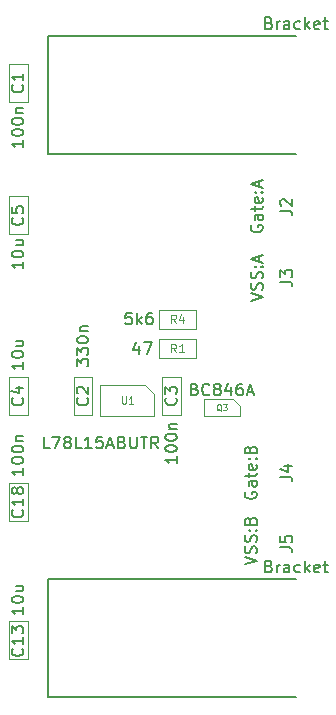
<source format=gbr>
G04 #@! TF.FileFunction,Other,Fab,Top*
%FSLAX46Y46*%
G04 Gerber Fmt 4.6, Leading zero omitted, Abs format (unit mm)*
G04 Created by KiCad (PCBNEW 4.0.7) date 05/17/18 12:20:08*
%MOMM*%
%LPD*%
G01*
G04 APERTURE LIST*
%ADD10C,0.100000*%
%ADD11C,0.150000*%
%ADD12C,0.105000*%
%ADD13C,0.075000*%
%ADD14C,0.090000*%
G04 APERTURE END LIST*
D10*
X21600000Y-26700000D02*
X21600000Y-28300000D01*
X18400000Y-26700000D02*
X21600000Y-26700000D01*
X18400000Y-28300000D02*
X18400000Y-26700000D01*
X21600000Y-28300000D02*
X18400000Y-28300000D01*
X21600000Y-24200000D02*
X21600000Y-25800000D01*
X18400000Y-24200000D02*
X21600000Y-24200000D01*
X18400000Y-25800000D02*
X18400000Y-24200000D01*
X21600000Y-25800000D02*
X18400000Y-25800000D01*
X24700000Y-31800000D02*
X22250000Y-31800000D01*
X25270000Y-32350000D02*
X25270000Y-33200000D01*
X24700000Y-31800000D02*
X25270000Y-32350000D01*
X25270000Y-33200000D02*
X22230000Y-33200000D01*
X22230000Y-31800000D02*
X22230000Y-33200000D01*
X5700000Y-3400000D02*
X7300000Y-3400000D01*
X5700000Y-6600000D02*
X5700000Y-3400000D01*
X7300000Y-6600000D02*
X5700000Y-6600000D01*
X7300000Y-3400000D02*
X7300000Y-6600000D01*
X11200000Y-29900000D02*
X12800000Y-29900000D01*
X11200000Y-33100000D02*
X11200000Y-29900000D01*
X12800000Y-33100000D02*
X11200000Y-33100000D01*
X12800000Y-29900000D02*
X12800000Y-33100000D01*
X18700000Y-29900000D02*
X20300000Y-29900000D01*
X18700000Y-33100000D02*
X18700000Y-29900000D01*
X20300000Y-33100000D02*
X18700000Y-33100000D01*
X20300000Y-29900000D02*
X20300000Y-33100000D01*
X5700000Y-29900000D02*
X7300000Y-29900000D01*
X5700000Y-33100000D02*
X5700000Y-29900000D01*
X7300000Y-33100000D02*
X5700000Y-33100000D01*
X7300000Y-29900000D02*
X7300000Y-33100000D01*
X7300000Y-17800000D02*
X5700000Y-17800000D01*
X7300000Y-14600000D02*
X7300000Y-17800000D01*
X5700000Y-14600000D02*
X7300000Y-14600000D01*
X5700000Y-17800000D02*
X5700000Y-14600000D01*
X7300000Y-53800000D02*
X5700000Y-53800000D01*
X7300000Y-50600000D02*
X7300000Y-53800000D01*
X5700000Y-50600000D02*
X7300000Y-50600000D01*
X5700000Y-53800000D02*
X5700000Y-50600000D01*
X5700000Y-38900000D02*
X7300000Y-38900000D01*
X5700000Y-42100000D02*
X5700000Y-38900000D01*
X7300000Y-42100000D02*
X5700000Y-42100000D01*
X7300000Y-38900000D02*
X7300000Y-42100000D01*
X17260000Y-30580000D02*
X18050000Y-31370000D01*
X18050000Y-33180000D02*
X13450000Y-33180000D01*
X13450000Y-33180000D02*
X13450000Y-30580000D01*
X13450000Y-30580000D02*
X17260000Y-30580000D01*
X18050000Y-31370000D02*
X18050000Y-33180000D01*
D11*
X30000000Y-1000000D02*
X9000000Y-1000000D01*
X9000000Y-1000000D02*
X9000000Y-11000000D01*
X9000000Y-11000000D02*
X30000000Y-11000000D01*
X30000000Y-47000000D02*
X9000000Y-47000000D01*
X9000000Y-47000000D02*
X9000000Y-57000000D01*
X9000000Y-57000000D02*
X30000000Y-57000000D01*
X16714286Y-27285714D02*
X16714286Y-27952381D01*
X16476190Y-26904762D02*
X16238095Y-27619048D01*
X16857143Y-27619048D01*
X17142857Y-26952381D02*
X17809524Y-26952381D01*
X17380952Y-27952381D01*
D12*
X19883334Y-27816667D02*
X19650000Y-27483333D01*
X19483334Y-27816667D02*
X19483334Y-27116667D01*
X19750000Y-27116667D01*
X19816667Y-27150000D01*
X19850000Y-27183333D01*
X19883334Y-27250000D01*
X19883334Y-27350000D01*
X19850000Y-27416667D01*
X19816667Y-27450000D01*
X19750000Y-27483333D01*
X19483334Y-27483333D01*
X20550000Y-27816667D02*
X20150000Y-27816667D01*
X20350000Y-27816667D02*
X20350000Y-27116667D01*
X20283334Y-27216667D01*
X20216667Y-27283333D01*
X20150000Y-27316667D01*
D11*
X16107143Y-24452381D02*
X15630952Y-24452381D01*
X15583333Y-24928571D01*
X15630952Y-24880952D01*
X15726190Y-24833333D01*
X15964286Y-24833333D01*
X16059524Y-24880952D01*
X16107143Y-24928571D01*
X16154762Y-25023810D01*
X16154762Y-25261905D01*
X16107143Y-25357143D01*
X16059524Y-25404762D01*
X15964286Y-25452381D01*
X15726190Y-25452381D01*
X15630952Y-25404762D01*
X15583333Y-25357143D01*
X16583333Y-25452381D02*
X16583333Y-24452381D01*
X16678571Y-25071429D02*
X16964286Y-25452381D01*
X16964286Y-24785714D02*
X16583333Y-25166667D01*
X17821429Y-24452381D02*
X17630952Y-24452381D01*
X17535714Y-24500000D01*
X17488095Y-24547619D01*
X17392857Y-24690476D01*
X17345238Y-24880952D01*
X17345238Y-25261905D01*
X17392857Y-25357143D01*
X17440476Y-25404762D01*
X17535714Y-25452381D01*
X17726191Y-25452381D01*
X17821429Y-25404762D01*
X17869048Y-25357143D01*
X17916667Y-25261905D01*
X17916667Y-25023810D01*
X17869048Y-24928571D01*
X17821429Y-24880952D01*
X17726191Y-24833333D01*
X17535714Y-24833333D01*
X17440476Y-24880952D01*
X17392857Y-24928571D01*
X17345238Y-25023810D01*
D12*
X19883334Y-25316667D02*
X19650000Y-24983333D01*
X19483334Y-25316667D02*
X19483334Y-24616667D01*
X19750000Y-24616667D01*
X19816667Y-24650000D01*
X19850000Y-24683333D01*
X19883334Y-24750000D01*
X19883334Y-24850000D01*
X19850000Y-24916667D01*
X19816667Y-24950000D01*
X19750000Y-24983333D01*
X19483334Y-24983333D01*
X20483334Y-24850000D02*
X20483334Y-25316667D01*
X20316667Y-24583333D02*
X20150000Y-25083333D01*
X20583334Y-25083333D01*
D11*
X21464286Y-30928571D02*
X21607143Y-30976190D01*
X21654762Y-31023810D01*
X21702381Y-31119048D01*
X21702381Y-31261905D01*
X21654762Y-31357143D01*
X21607143Y-31404762D01*
X21511905Y-31452381D01*
X21130952Y-31452381D01*
X21130952Y-30452381D01*
X21464286Y-30452381D01*
X21559524Y-30500000D01*
X21607143Y-30547619D01*
X21654762Y-30642857D01*
X21654762Y-30738095D01*
X21607143Y-30833333D01*
X21559524Y-30880952D01*
X21464286Y-30928571D01*
X21130952Y-30928571D01*
X22702381Y-31357143D02*
X22654762Y-31404762D01*
X22511905Y-31452381D01*
X22416667Y-31452381D01*
X22273809Y-31404762D01*
X22178571Y-31309524D01*
X22130952Y-31214286D01*
X22083333Y-31023810D01*
X22083333Y-30880952D01*
X22130952Y-30690476D01*
X22178571Y-30595238D01*
X22273809Y-30500000D01*
X22416667Y-30452381D01*
X22511905Y-30452381D01*
X22654762Y-30500000D01*
X22702381Y-30547619D01*
X23273809Y-30880952D02*
X23178571Y-30833333D01*
X23130952Y-30785714D01*
X23083333Y-30690476D01*
X23083333Y-30642857D01*
X23130952Y-30547619D01*
X23178571Y-30500000D01*
X23273809Y-30452381D01*
X23464286Y-30452381D01*
X23559524Y-30500000D01*
X23607143Y-30547619D01*
X23654762Y-30642857D01*
X23654762Y-30690476D01*
X23607143Y-30785714D01*
X23559524Y-30833333D01*
X23464286Y-30880952D01*
X23273809Y-30880952D01*
X23178571Y-30928571D01*
X23130952Y-30976190D01*
X23083333Y-31071429D01*
X23083333Y-31261905D01*
X23130952Y-31357143D01*
X23178571Y-31404762D01*
X23273809Y-31452381D01*
X23464286Y-31452381D01*
X23559524Y-31404762D01*
X23607143Y-31357143D01*
X23654762Y-31261905D01*
X23654762Y-31071429D01*
X23607143Y-30976190D01*
X23559524Y-30928571D01*
X23464286Y-30880952D01*
X24511905Y-30785714D02*
X24511905Y-31452381D01*
X24273809Y-30404762D02*
X24035714Y-31119048D01*
X24654762Y-31119048D01*
X25464286Y-30452381D02*
X25273809Y-30452381D01*
X25178571Y-30500000D01*
X25130952Y-30547619D01*
X25035714Y-30690476D01*
X24988095Y-30880952D01*
X24988095Y-31261905D01*
X25035714Y-31357143D01*
X25083333Y-31404762D01*
X25178571Y-31452381D01*
X25369048Y-31452381D01*
X25464286Y-31404762D01*
X25511905Y-31357143D01*
X25559524Y-31261905D01*
X25559524Y-31023810D01*
X25511905Y-30928571D01*
X25464286Y-30880952D01*
X25369048Y-30833333D01*
X25178571Y-30833333D01*
X25083333Y-30880952D01*
X25035714Y-30928571D01*
X24988095Y-31023810D01*
X25940476Y-31166667D02*
X26416667Y-31166667D01*
X25845238Y-31452381D02*
X26178571Y-30452381D01*
X26511905Y-31452381D01*
D13*
X23702381Y-32773810D02*
X23654762Y-32750000D01*
X23607143Y-32702381D01*
X23535714Y-32630952D01*
X23488095Y-32607143D01*
X23440476Y-32607143D01*
X23464286Y-32726190D02*
X23416667Y-32702381D01*
X23369048Y-32654762D01*
X23345238Y-32559524D01*
X23345238Y-32392857D01*
X23369048Y-32297619D01*
X23416667Y-32250000D01*
X23464286Y-32226190D01*
X23559524Y-32226190D01*
X23607143Y-32250000D01*
X23654762Y-32297619D01*
X23678571Y-32392857D01*
X23678571Y-32559524D01*
X23654762Y-32654762D01*
X23607143Y-32702381D01*
X23559524Y-32726190D01*
X23464286Y-32726190D01*
X23845239Y-32226190D02*
X24154762Y-32226190D01*
X23988096Y-32416667D01*
X24059524Y-32416667D01*
X24107143Y-32440476D01*
X24130953Y-32464286D01*
X24154762Y-32511905D01*
X24154762Y-32630952D01*
X24130953Y-32678571D01*
X24107143Y-32702381D01*
X24059524Y-32726190D01*
X23916667Y-32726190D01*
X23869048Y-32702381D01*
X23845239Y-32678571D01*
D11*
X6952381Y-9869047D02*
X6952381Y-10440476D01*
X6952381Y-10154762D02*
X5952381Y-10154762D01*
X6095238Y-10250000D01*
X6190476Y-10345238D01*
X6238095Y-10440476D01*
X5952381Y-9250000D02*
X5952381Y-9154761D01*
X6000000Y-9059523D01*
X6047619Y-9011904D01*
X6142857Y-8964285D01*
X6333333Y-8916666D01*
X6571429Y-8916666D01*
X6761905Y-8964285D01*
X6857143Y-9011904D01*
X6904762Y-9059523D01*
X6952381Y-9154761D01*
X6952381Y-9250000D01*
X6904762Y-9345238D01*
X6857143Y-9392857D01*
X6761905Y-9440476D01*
X6571429Y-9488095D01*
X6333333Y-9488095D01*
X6142857Y-9440476D01*
X6047619Y-9392857D01*
X6000000Y-9345238D01*
X5952381Y-9250000D01*
X5952381Y-8297619D02*
X5952381Y-8202380D01*
X6000000Y-8107142D01*
X6047619Y-8059523D01*
X6142857Y-8011904D01*
X6333333Y-7964285D01*
X6571429Y-7964285D01*
X6761905Y-8011904D01*
X6857143Y-8059523D01*
X6904762Y-8107142D01*
X6952381Y-8202380D01*
X6952381Y-8297619D01*
X6904762Y-8392857D01*
X6857143Y-8440476D01*
X6761905Y-8488095D01*
X6571429Y-8535714D01*
X6333333Y-8535714D01*
X6142857Y-8488095D01*
X6047619Y-8440476D01*
X6000000Y-8392857D01*
X5952381Y-8297619D01*
X6285714Y-7535714D02*
X6952381Y-7535714D01*
X6380952Y-7535714D02*
X6333333Y-7488095D01*
X6285714Y-7392857D01*
X6285714Y-7249999D01*
X6333333Y-7154761D01*
X6428571Y-7107142D01*
X6952381Y-7107142D01*
X6857143Y-5166666D02*
X6904762Y-5214285D01*
X6952381Y-5357142D01*
X6952381Y-5452380D01*
X6904762Y-5595238D01*
X6809524Y-5690476D01*
X6714286Y-5738095D01*
X6523810Y-5785714D01*
X6380952Y-5785714D01*
X6190476Y-5738095D01*
X6095238Y-5690476D01*
X6000000Y-5595238D01*
X5952381Y-5452380D01*
X5952381Y-5357142D01*
X6000000Y-5214285D01*
X6047619Y-5166666D01*
X6952381Y-4214285D02*
X6952381Y-4785714D01*
X6952381Y-4500000D02*
X5952381Y-4500000D01*
X6095238Y-4595238D01*
X6190476Y-4690476D01*
X6238095Y-4785714D01*
X11452381Y-28988095D02*
X11452381Y-28369047D01*
X11833333Y-28702381D01*
X11833333Y-28559523D01*
X11880952Y-28464285D01*
X11928571Y-28416666D01*
X12023810Y-28369047D01*
X12261905Y-28369047D01*
X12357143Y-28416666D01*
X12404762Y-28464285D01*
X12452381Y-28559523D01*
X12452381Y-28845238D01*
X12404762Y-28940476D01*
X12357143Y-28988095D01*
X11452381Y-28035714D02*
X11452381Y-27416666D01*
X11833333Y-27750000D01*
X11833333Y-27607142D01*
X11880952Y-27511904D01*
X11928571Y-27464285D01*
X12023810Y-27416666D01*
X12261905Y-27416666D01*
X12357143Y-27464285D01*
X12404762Y-27511904D01*
X12452381Y-27607142D01*
X12452381Y-27892857D01*
X12404762Y-27988095D01*
X12357143Y-28035714D01*
X11452381Y-26797619D02*
X11452381Y-26702380D01*
X11500000Y-26607142D01*
X11547619Y-26559523D01*
X11642857Y-26511904D01*
X11833333Y-26464285D01*
X12071429Y-26464285D01*
X12261905Y-26511904D01*
X12357143Y-26559523D01*
X12404762Y-26607142D01*
X12452381Y-26702380D01*
X12452381Y-26797619D01*
X12404762Y-26892857D01*
X12357143Y-26940476D01*
X12261905Y-26988095D01*
X12071429Y-27035714D01*
X11833333Y-27035714D01*
X11642857Y-26988095D01*
X11547619Y-26940476D01*
X11500000Y-26892857D01*
X11452381Y-26797619D01*
X11785714Y-26035714D02*
X12452381Y-26035714D01*
X11880952Y-26035714D02*
X11833333Y-25988095D01*
X11785714Y-25892857D01*
X11785714Y-25749999D01*
X11833333Y-25654761D01*
X11928571Y-25607142D01*
X12452381Y-25607142D01*
X12357143Y-31666666D02*
X12404762Y-31714285D01*
X12452381Y-31857142D01*
X12452381Y-31952380D01*
X12404762Y-32095238D01*
X12309524Y-32190476D01*
X12214286Y-32238095D01*
X12023810Y-32285714D01*
X11880952Y-32285714D01*
X11690476Y-32238095D01*
X11595238Y-32190476D01*
X11500000Y-32095238D01*
X11452381Y-31952380D01*
X11452381Y-31857142D01*
X11500000Y-31714285D01*
X11547619Y-31666666D01*
X11547619Y-31285714D02*
X11500000Y-31238095D01*
X11452381Y-31142857D01*
X11452381Y-30904761D01*
X11500000Y-30809523D01*
X11547619Y-30761904D01*
X11642857Y-30714285D01*
X11738095Y-30714285D01*
X11880952Y-30761904D01*
X12452381Y-31333333D01*
X12452381Y-30714285D01*
X19952381Y-36619047D02*
X19952381Y-37190476D01*
X19952381Y-36904762D02*
X18952381Y-36904762D01*
X19095238Y-37000000D01*
X19190476Y-37095238D01*
X19238095Y-37190476D01*
X18952381Y-36000000D02*
X18952381Y-35904761D01*
X19000000Y-35809523D01*
X19047619Y-35761904D01*
X19142857Y-35714285D01*
X19333333Y-35666666D01*
X19571429Y-35666666D01*
X19761905Y-35714285D01*
X19857143Y-35761904D01*
X19904762Y-35809523D01*
X19952381Y-35904761D01*
X19952381Y-36000000D01*
X19904762Y-36095238D01*
X19857143Y-36142857D01*
X19761905Y-36190476D01*
X19571429Y-36238095D01*
X19333333Y-36238095D01*
X19142857Y-36190476D01*
X19047619Y-36142857D01*
X19000000Y-36095238D01*
X18952381Y-36000000D01*
X18952381Y-35047619D02*
X18952381Y-34952380D01*
X19000000Y-34857142D01*
X19047619Y-34809523D01*
X19142857Y-34761904D01*
X19333333Y-34714285D01*
X19571429Y-34714285D01*
X19761905Y-34761904D01*
X19857143Y-34809523D01*
X19904762Y-34857142D01*
X19952381Y-34952380D01*
X19952381Y-35047619D01*
X19904762Y-35142857D01*
X19857143Y-35190476D01*
X19761905Y-35238095D01*
X19571429Y-35285714D01*
X19333333Y-35285714D01*
X19142857Y-35238095D01*
X19047619Y-35190476D01*
X19000000Y-35142857D01*
X18952381Y-35047619D01*
X19285714Y-34285714D02*
X19952381Y-34285714D01*
X19380952Y-34285714D02*
X19333333Y-34238095D01*
X19285714Y-34142857D01*
X19285714Y-33999999D01*
X19333333Y-33904761D01*
X19428571Y-33857142D01*
X19952381Y-33857142D01*
X19857143Y-31666666D02*
X19904762Y-31714285D01*
X19952381Y-31857142D01*
X19952381Y-31952380D01*
X19904762Y-32095238D01*
X19809524Y-32190476D01*
X19714286Y-32238095D01*
X19523810Y-32285714D01*
X19380952Y-32285714D01*
X19190476Y-32238095D01*
X19095238Y-32190476D01*
X19000000Y-32095238D01*
X18952381Y-31952380D01*
X18952381Y-31857142D01*
X19000000Y-31714285D01*
X19047619Y-31666666D01*
X18952381Y-31333333D02*
X18952381Y-30714285D01*
X19333333Y-31047619D01*
X19333333Y-30904761D01*
X19380952Y-30809523D01*
X19428571Y-30761904D01*
X19523810Y-30714285D01*
X19761905Y-30714285D01*
X19857143Y-30761904D01*
X19904762Y-30809523D01*
X19952381Y-30904761D01*
X19952381Y-31190476D01*
X19904762Y-31285714D01*
X19857143Y-31333333D01*
X6952381Y-28642857D02*
X6952381Y-29214286D01*
X6952381Y-28928572D02*
X5952381Y-28928572D01*
X6095238Y-29023810D01*
X6190476Y-29119048D01*
X6238095Y-29214286D01*
X5952381Y-28023810D02*
X5952381Y-27928571D01*
X6000000Y-27833333D01*
X6047619Y-27785714D01*
X6142857Y-27738095D01*
X6333333Y-27690476D01*
X6571429Y-27690476D01*
X6761905Y-27738095D01*
X6857143Y-27785714D01*
X6904762Y-27833333D01*
X6952381Y-27928571D01*
X6952381Y-28023810D01*
X6904762Y-28119048D01*
X6857143Y-28166667D01*
X6761905Y-28214286D01*
X6571429Y-28261905D01*
X6333333Y-28261905D01*
X6142857Y-28214286D01*
X6047619Y-28166667D01*
X6000000Y-28119048D01*
X5952381Y-28023810D01*
X6285714Y-26833333D02*
X6952381Y-26833333D01*
X6285714Y-27261905D02*
X6809524Y-27261905D01*
X6904762Y-27214286D01*
X6952381Y-27119048D01*
X6952381Y-26976190D01*
X6904762Y-26880952D01*
X6857143Y-26833333D01*
X6857143Y-31666666D02*
X6904762Y-31714285D01*
X6952381Y-31857142D01*
X6952381Y-31952380D01*
X6904762Y-32095238D01*
X6809524Y-32190476D01*
X6714286Y-32238095D01*
X6523810Y-32285714D01*
X6380952Y-32285714D01*
X6190476Y-32238095D01*
X6095238Y-32190476D01*
X6000000Y-32095238D01*
X5952381Y-31952380D01*
X5952381Y-31857142D01*
X6000000Y-31714285D01*
X6047619Y-31666666D01*
X6285714Y-30809523D02*
X6952381Y-30809523D01*
X5904762Y-31047619D02*
X6619048Y-31285714D01*
X6619048Y-30666666D01*
X6952381Y-20142857D02*
X6952381Y-20714286D01*
X6952381Y-20428572D02*
X5952381Y-20428572D01*
X6095238Y-20523810D01*
X6190476Y-20619048D01*
X6238095Y-20714286D01*
X5952381Y-19523810D02*
X5952381Y-19428571D01*
X6000000Y-19333333D01*
X6047619Y-19285714D01*
X6142857Y-19238095D01*
X6333333Y-19190476D01*
X6571429Y-19190476D01*
X6761905Y-19238095D01*
X6857143Y-19285714D01*
X6904762Y-19333333D01*
X6952381Y-19428571D01*
X6952381Y-19523810D01*
X6904762Y-19619048D01*
X6857143Y-19666667D01*
X6761905Y-19714286D01*
X6571429Y-19761905D01*
X6333333Y-19761905D01*
X6142857Y-19714286D01*
X6047619Y-19666667D01*
X6000000Y-19619048D01*
X5952381Y-19523810D01*
X6285714Y-18333333D02*
X6952381Y-18333333D01*
X6285714Y-18761905D02*
X6809524Y-18761905D01*
X6904762Y-18714286D01*
X6952381Y-18619048D01*
X6952381Y-18476190D01*
X6904762Y-18380952D01*
X6857143Y-18333333D01*
X6857143Y-16416666D02*
X6904762Y-16464285D01*
X6952381Y-16607142D01*
X6952381Y-16702380D01*
X6904762Y-16845238D01*
X6809524Y-16940476D01*
X6714286Y-16988095D01*
X6523810Y-17035714D01*
X6380952Y-17035714D01*
X6190476Y-16988095D01*
X6095238Y-16940476D01*
X6000000Y-16845238D01*
X5952381Y-16702380D01*
X5952381Y-16607142D01*
X6000000Y-16464285D01*
X6047619Y-16416666D01*
X5952381Y-15511904D02*
X5952381Y-15988095D01*
X6428571Y-16035714D01*
X6380952Y-15988095D01*
X6333333Y-15892857D01*
X6333333Y-15654761D01*
X6380952Y-15559523D01*
X6428571Y-15511904D01*
X6523810Y-15464285D01*
X6761905Y-15464285D01*
X6857143Y-15511904D01*
X6904762Y-15559523D01*
X6952381Y-15654761D01*
X6952381Y-15892857D01*
X6904762Y-15988095D01*
X6857143Y-16035714D01*
X6952381Y-49392857D02*
X6952381Y-49964286D01*
X6952381Y-49678572D02*
X5952381Y-49678572D01*
X6095238Y-49773810D01*
X6190476Y-49869048D01*
X6238095Y-49964286D01*
X5952381Y-48773810D02*
X5952381Y-48678571D01*
X6000000Y-48583333D01*
X6047619Y-48535714D01*
X6142857Y-48488095D01*
X6333333Y-48440476D01*
X6571429Y-48440476D01*
X6761905Y-48488095D01*
X6857143Y-48535714D01*
X6904762Y-48583333D01*
X6952381Y-48678571D01*
X6952381Y-48773810D01*
X6904762Y-48869048D01*
X6857143Y-48916667D01*
X6761905Y-48964286D01*
X6571429Y-49011905D01*
X6333333Y-49011905D01*
X6142857Y-48964286D01*
X6047619Y-48916667D01*
X6000000Y-48869048D01*
X5952381Y-48773810D01*
X6285714Y-47583333D02*
X6952381Y-47583333D01*
X6285714Y-48011905D02*
X6809524Y-48011905D01*
X6904762Y-47964286D01*
X6952381Y-47869048D01*
X6952381Y-47726190D01*
X6904762Y-47630952D01*
X6857143Y-47583333D01*
X6857143Y-52892857D02*
X6904762Y-52940476D01*
X6952381Y-53083333D01*
X6952381Y-53178571D01*
X6904762Y-53321429D01*
X6809524Y-53416667D01*
X6714286Y-53464286D01*
X6523810Y-53511905D01*
X6380952Y-53511905D01*
X6190476Y-53464286D01*
X6095238Y-53416667D01*
X6000000Y-53321429D01*
X5952381Y-53178571D01*
X5952381Y-53083333D01*
X6000000Y-52940476D01*
X6047619Y-52892857D01*
X6952381Y-51940476D02*
X6952381Y-52511905D01*
X6952381Y-52226191D02*
X5952381Y-52226191D01*
X6095238Y-52321429D01*
X6190476Y-52416667D01*
X6238095Y-52511905D01*
X5952381Y-51607143D02*
X5952381Y-50988095D01*
X6333333Y-51321429D01*
X6333333Y-51178571D01*
X6380952Y-51083333D01*
X6428571Y-51035714D01*
X6523810Y-50988095D01*
X6761905Y-50988095D01*
X6857143Y-51035714D01*
X6904762Y-51083333D01*
X6952381Y-51178571D01*
X6952381Y-51464286D01*
X6904762Y-51559524D01*
X6857143Y-51607143D01*
X6952381Y-37619047D02*
X6952381Y-38190476D01*
X6952381Y-37904762D02*
X5952381Y-37904762D01*
X6095238Y-38000000D01*
X6190476Y-38095238D01*
X6238095Y-38190476D01*
X5952381Y-37000000D02*
X5952381Y-36904761D01*
X6000000Y-36809523D01*
X6047619Y-36761904D01*
X6142857Y-36714285D01*
X6333333Y-36666666D01*
X6571429Y-36666666D01*
X6761905Y-36714285D01*
X6857143Y-36761904D01*
X6904762Y-36809523D01*
X6952381Y-36904761D01*
X6952381Y-37000000D01*
X6904762Y-37095238D01*
X6857143Y-37142857D01*
X6761905Y-37190476D01*
X6571429Y-37238095D01*
X6333333Y-37238095D01*
X6142857Y-37190476D01*
X6047619Y-37142857D01*
X6000000Y-37095238D01*
X5952381Y-37000000D01*
X5952381Y-36047619D02*
X5952381Y-35952380D01*
X6000000Y-35857142D01*
X6047619Y-35809523D01*
X6142857Y-35761904D01*
X6333333Y-35714285D01*
X6571429Y-35714285D01*
X6761905Y-35761904D01*
X6857143Y-35809523D01*
X6904762Y-35857142D01*
X6952381Y-35952380D01*
X6952381Y-36047619D01*
X6904762Y-36142857D01*
X6857143Y-36190476D01*
X6761905Y-36238095D01*
X6571429Y-36285714D01*
X6333333Y-36285714D01*
X6142857Y-36238095D01*
X6047619Y-36190476D01*
X6000000Y-36142857D01*
X5952381Y-36047619D01*
X6285714Y-35285714D02*
X6952381Y-35285714D01*
X6380952Y-35285714D02*
X6333333Y-35238095D01*
X6285714Y-35142857D01*
X6285714Y-34999999D01*
X6333333Y-34904761D01*
X6428571Y-34857142D01*
X6952381Y-34857142D01*
X6857143Y-41142857D02*
X6904762Y-41190476D01*
X6952381Y-41333333D01*
X6952381Y-41428571D01*
X6904762Y-41571429D01*
X6809524Y-41666667D01*
X6714286Y-41714286D01*
X6523810Y-41761905D01*
X6380952Y-41761905D01*
X6190476Y-41714286D01*
X6095238Y-41666667D01*
X6000000Y-41571429D01*
X5952381Y-41428571D01*
X5952381Y-41333333D01*
X6000000Y-41190476D01*
X6047619Y-41142857D01*
X6952381Y-40190476D02*
X6952381Y-40761905D01*
X6952381Y-40476191D02*
X5952381Y-40476191D01*
X6095238Y-40571429D01*
X6190476Y-40666667D01*
X6238095Y-40761905D01*
X6380952Y-39619048D02*
X6333333Y-39714286D01*
X6285714Y-39761905D01*
X6190476Y-39809524D01*
X6142857Y-39809524D01*
X6047619Y-39761905D01*
X6000000Y-39714286D01*
X5952381Y-39619048D01*
X5952381Y-39428571D01*
X6000000Y-39333333D01*
X6047619Y-39285714D01*
X6142857Y-39238095D01*
X6190476Y-39238095D01*
X6285714Y-39285714D01*
X6333333Y-39333333D01*
X6380952Y-39428571D01*
X6380952Y-39619048D01*
X6428571Y-39714286D01*
X6476190Y-39761905D01*
X6571429Y-39809524D01*
X6761905Y-39809524D01*
X6857143Y-39761905D01*
X6904762Y-39714286D01*
X6952381Y-39619048D01*
X6952381Y-39428571D01*
X6904762Y-39333333D01*
X6857143Y-39285714D01*
X6761905Y-39238095D01*
X6571429Y-39238095D01*
X6476190Y-39285714D01*
X6428571Y-39333333D01*
X6380952Y-39428571D01*
X28702381Y-15833333D02*
X29416667Y-15833333D01*
X29559524Y-15880953D01*
X29654762Y-15976191D01*
X29702381Y-16119048D01*
X29702381Y-16214286D01*
X28797619Y-15404762D02*
X28750000Y-15357143D01*
X28702381Y-15261905D01*
X28702381Y-15023809D01*
X28750000Y-14928571D01*
X28797619Y-14880952D01*
X28892857Y-14833333D01*
X28988095Y-14833333D01*
X29130952Y-14880952D01*
X29702381Y-15452381D01*
X29702381Y-14833333D01*
X26250000Y-17071428D02*
X26202381Y-17166666D01*
X26202381Y-17309523D01*
X26250000Y-17452381D01*
X26345238Y-17547619D01*
X26440476Y-17595238D01*
X26630952Y-17642857D01*
X26773810Y-17642857D01*
X26964286Y-17595238D01*
X27059524Y-17547619D01*
X27154762Y-17452381D01*
X27202381Y-17309523D01*
X27202381Y-17214285D01*
X27154762Y-17071428D01*
X27107143Y-17023809D01*
X26773810Y-17023809D01*
X26773810Y-17214285D01*
X27202381Y-16166666D02*
X26678571Y-16166666D01*
X26583333Y-16214285D01*
X26535714Y-16309523D01*
X26535714Y-16500000D01*
X26583333Y-16595238D01*
X27154762Y-16166666D02*
X27202381Y-16261904D01*
X27202381Y-16500000D01*
X27154762Y-16595238D01*
X27059524Y-16642857D01*
X26964286Y-16642857D01*
X26869048Y-16595238D01*
X26821429Y-16500000D01*
X26821429Y-16261904D01*
X26773810Y-16166666D01*
X26535714Y-15833333D02*
X26535714Y-15452381D01*
X26202381Y-15690476D02*
X27059524Y-15690476D01*
X27154762Y-15642857D01*
X27202381Y-15547619D01*
X27202381Y-15452381D01*
X27154762Y-14738094D02*
X27202381Y-14833332D01*
X27202381Y-15023809D01*
X27154762Y-15119047D01*
X27059524Y-15166666D01*
X26678571Y-15166666D01*
X26583333Y-15119047D01*
X26535714Y-15023809D01*
X26535714Y-14833332D01*
X26583333Y-14738094D01*
X26678571Y-14690475D01*
X26773810Y-14690475D01*
X26869048Y-15166666D01*
X27107143Y-14261904D02*
X27154762Y-14214285D01*
X27202381Y-14261904D01*
X27154762Y-14309523D01*
X27107143Y-14261904D01*
X27202381Y-14261904D01*
X26583333Y-14261904D02*
X26630952Y-14214285D01*
X26678571Y-14261904D01*
X26630952Y-14309523D01*
X26583333Y-14261904D01*
X26678571Y-14261904D01*
X26916667Y-13833333D02*
X26916667Y-13357142D01*
X27202381Y-13928571D02*
X26202381Y-13595238D01*
X27202381Y-13261904D01*
X28702381Y-21833333D02*
X29416667Y-21833333D01*
X29559524Y-21880953D01*
X29654762Y-21976191D01*
X29702381Y-22119048D01*
X29702381Y-22214286D01*
X28702381Y-21452381D02*
X28702381Y-20833333D01*
X29083333Y-21166667D01*
X29083333Y-21023809D01*
X29130952Y-20928571D01*
X29178571Y-20880952D01*
X29273810Y-20833333D01*
X29511905Y-20833333D01*
X29607143Y-20880952D01*
X29654762Y-20928571D01*
X29702381Y-21023809D01*
X29702381Y-21309524D01*
X29654762Y-21404762D01*
X29607143Y-21452381D01*
X26202381Y-23452381D02*
X27202381Y-23119048D01*
X26202381Y-22785714D01*
X27154762Y-22500000D02*
X27202381Y-22357143D01*
X27202381Y-22119047D01*
X27154762Y-22023809D01*
X27107143Y-21976190D01*
X27011905Y-21928571D01*
X26916667Y-21928571D01*
X26821429Y-21976190D01*
X26773810Y-22023809D01*
X26726190Y-22119047D01*
X26678571Y-22309524D01*
X26630952Y-22404762D01*
X26583333Y-22452381D01*
X26488095Y-22500000D01*
X26392857Y-22500000D01*
X26297619Y-22452381D01*
X26250000Y-22404762D01*
X26202381Y-22309524D01*
X26202381Y-22071428D01*
X26250000Y-21928571D01*
X27154762Y-21547619D02*
X27202381Y-21404762D01*
X27202381Y-21166666D01*
X27154762Y-21071428D01*
X27107143Y-21023809D01*
X27011905Y-20976190D01*
X26916667Y-20976190D01*
X26821429Y-21023809D01*
X26773810Y-21071428D01*
X26726190Y-21166666D01*
X26678571Y-21357143D01*
X26630952Y-21452381D01*
X26583333Y-21500000D01*
X26488095Y-21547619D01*
X26392857Y-21547619D01*
X26297619Y-21500000D01*
X26250000Y-21452381D01*
X26202381Y-21357143D01*
X26202381Y-21119047D01*
X26250000Y-20976190D01*
X27107143Y-20547619D02*
X27154762Y-20500000D01*
X27202381Y-20547619D01*
X27154762Y-20595238D01*
X27107143Y-20547619D01*
X27202381Y-20547619D01*
X26583333Y-20547619D02*
X26630952Y-20500000D01*
X26678571Y-20547619D01*
X26630952Y-20595238D01*
X26583333Y-20547619D01*
X26678571Y-20547619D01*
X26916667Y-20119048D02*
X26916667Y-19642857D01*
X27202381Y-20214286D02*
X26202381Y-19880953D01*
X27202381Y-19547619D01*
X28702381Y-38333333D02*
X29416667Y-38333333D01*
X29559524Y-38380953D01*
X29654762Y-38476191D01*
X29702381Y-38619048D01*
X29702381Y-38714286D01*
X29035714Y-37428571D02*
X29702381Y-37428571D01*
X28654762Y-37666667D02*
X29369048Y-37904762D01*
X29369048Y-37285714D01*
X25750000Y-39642857D02*
X25702381Y-39738095D01*
X25702381Y-39880952D01*
X25750000Y-40023810D01*
X25845238Y-40119048D01*
X25940476Y-40166667D01*
X26130952Y-40214286D01*
X26273810Y-40214286D01*
X26464286Y-40166667D01*
X26559524Y-40119048D01*
X26654762Y-40023810D01*
X26702381Y-39880952D01*
X26702381Y-39785714D01*
X26654762Y-39642857D01*
X26607143Y-39595238D01*
X26273810Y-39595238D01*
X26273810Y-39785714D01*
X26702381Y-38738095D02*
X26178571Y-38738095D01*
X26083333Y-38785714D01*
X26035714Y-38880952D01*
X26035714Y-39071429D01*
X26083333Y-39166667D01*
X26654762Y-38738095D02*
X26702381Y-38833333D01*
X26702381Y-39071429D01*
X26654762Y-39166667D01*
X26559524Y-39214286D01*
X26464286Y-39214286D01*
X26369048Y-39166667D01*
X26321429Y-39071429D01*
X26321429Y-38833333D01*
X26273810Y-38738095D01*
X26035714Y-38404762D02*
X26035714Y-38023810D01*
X25702381Y-38261905D02*
X26559524Y-38261905D01*
X26654762Y-38214286D01*
X26702381Y-38119048D01*
X26702381Y-38023810D01*
X26654762Y-37309523D02*
X26702381Y-37404761D01*
X26702381Y-37595238D01*
X26654762Y-37690476D01*
X26559524Y-37738095D01*
X26178571Y-37738095D01*
X26083333Y-37690476D01*
X26035714Y-37595238D01*
X26035714Y-37404761D01*
X26083333Y-37309523D01*
X26178571Y-37261904D01*
X26273810Y-37261904D01*
X26369048Y-37738095D01*
X26607143Y-36833333D02*
X26654762Y-36785714D01*
X26702381Y-36833333D01*
X26654762Y-36880952D01*
X26607143Y-36833333D01*
X26702381Y-36833333D01*
X26083333Y-36833333D02*
X26130952Y-36785714D01*
X26178571Y-36833333D01*
X26130952Y-36880952D01*
X26083333Y-36833333D01*
X26178571Y-36833333D01*
X26178571Y-36023809D02*
X26226190Y-35880952D01*
X26273810Y-35833333D01*
X26369048Y-35785714D01*
X26511905Y-35785714D01*
X26607143Y-35833333D01*
X26654762Y-35880952D01*
X26702381Y-35976190D01*
X26702381Y-36357143D01*
X25702381Y-36357143D01*
X25702381Y-36023809D01*
X25750000Y-35928571D01*
X25797619Y-35880952D01*
X25892857Y-35833333D01*
X25988095Y-35833333D01*
X26083333Y-35880952D01*
X26130952Y-35928571D01*
X26178571Y-36023809D01*
X26178571Y-36357143D01*
X28702381Y-44333333D02*
X29416667Y-44333333D01*
X29559524Y-44380953D01*
X29654762Y-44476191D01*
X29702381Y-44619048D01*
X29702381Y-44714286D01*
X28702381Y-43380952D02*
X28702381Y-43857143D01*
X29178571Y-43904762D01*
X29130952Y-43857143D01*
X29083333Y-43761905D01*
X29083333Y-43523809D01*
X29130952Y-43428571D01*
X29178571Y-43380952D01*
X29273810Y-43333333D01*
X29511905Y-43333333D01*
X29607143Y-43380952D01*
X29654762Y-43428571D01*
X29702381Y-43523809D01*
X29702381Y-43761905D01*
X29654762Y-43857143D01*
X29607143Y-43904762D01*
X25702381Y-45773809D02*
X26702381Y-45440476D01*
X25702381Y-45107142D01*
X26654762Y-44821428D02*
X26702381Y-44678571D01*
X26702381Y-44440475D01*
X26654762Y-44345237D01*
X26607143Y-44297618D01*
X26511905Y-44249999D01*
X26416667Y-44249999D01*
X26321429Y-44297618D01*
X26273810Y-44345237D01*
X26226190Y-44440475D01*
X26178571Y-44630952D01*
X26130952Y-44726190D01*
X26083333Y-44773809D01*
X25988095Y-44821428D01*
X25892857Y-44821428D01*
X25797619Y-44773809D01*
X25750000Y-44726190D01*
X25702381Y-44630952D01*
X25702381Y-44392856D01*
X25750000Y-44249999D01*
X26654762Y-43869047D02*
X26702381Y-43726190D01*
X26702381Y-43488094D01*
X26654762Y-43392856D01*
X26607143Y-43345237D01*
X26511905Y-43297618D01*
X26416667Y-43297618D01*
X26321429Y-43345237D01*
X26273810Y-43392856D01*
X26226190Y-43488094D01*
X26178571Y-43678571D01*
X26130952Y-43773809D01*
X26083333Y-43821428D01*
X25988095Y-43869047D01*
X25892857Y-43869047D01*
X25797619Y-43821428D01*
X25750000Y-43773809D01*
X25702381Y-43678571D01*
X25702381Y-43440475D01*
X25750000Y-43297618D01*
X26607143Y-42869047D02*
X26654762Y-42821428D01*
X26702381Y-42869047D01*
X26654762Y-42916666D01*
X26607143Y-42869047D01*
X26702381Y-42869047D01*
X26083333Y-42869047D02*
X26130952Y-42821428D01*
X26178571Y-42869047D01*
X26130952Y-42916666D01*
X26083333Y-42869047D01*
X26178571Y-42869047D01*
X26178571Y-42059523D02*
X26226190Y-41916666D01*
X26273810Y-41869047D01*
X26369048Y-41821428D01*
X26511905Y-41821428D01*
X26607143Y-41869047D01*
X26654762Y-41916666D01*
X26702381Y-42011904D01*
X26702381Y-42392857D01*
X25702381Y-42392857D01*
X25702381Y-42059523D01*
X25750000Y-41964285D01*
X25797619Y-41916666D01*
X25892857Y-41869047D01*
X25988095Y-41869047D01*
X26083333Y-41916666D01*
X26130952Y-41964285D01*
X26178571Y-42059523D01*
X26178571Y-42392857D01*
X9166667Y-35952381D02*
X8690476Y-35952381D01*
X8690476Y-34952381D01*
X9404762Y-34952381D02*
X10071429Y-34952381D01*
X9642857Y-35952381D01*
X10595238Y-35380952D02*
X10500000Y-35333333D01*
X10452381Y-35285714D01*
X10404762Y-35190476D01*
X10404762Y-35142857D01*
X10452381Y-35047619D01*
X10500000Y-35000000D01*
X10595238Y-34952381D01*
X10785715Y-34952381D01*
X10880953Y-35000000D01*
X10928572Y-35047619D01*
X10976191Y-35142857D01*
X10976191Y-35190476D01*
X10928572Y-35285714D01*
X10880953Y-35333333D01*
X10785715Y-35380952D01*
X10595238Y-35380952D01*
X10500000Y-35428571D01*
X10452381Y-35476190D01*
X10404762Y-35571429D01*
X10404762Y-35761905D01*
X10452381Y-35857143D01*
X10500000Y-35904762D01*
X10595238Y-35952381D01*
X10785715Y-35952381D01*
X10880953Y-35904762D01*
X10928572Y-35857143D01*
X10976191Y-35761905D01*
X10976191Y-35571429D01*
X10928572Y-35476190D01*
X10880953Y-35428571D01*
X10785715Y-35380952D01*
X11880953Y-35952381D02*
X11404762Y-35952381D01*
X11404762Y-34952381D01*
X12738096Y-35952381D02*
X12166667Y-35952381D01*
X12452381Y-35952381D02*
X12452381Y-34952381D01*
X12357143Y-35095238D01*
X12261905Y-35190476D01*
X12166667Y-35238095D01*
X13642858Y-34952381D02*
X13166667Y-34952381D01*
X13119048Y-35428571D01*
X13166667Y-35380952D01*
X13261905Y-35333333D01*
X13500001Y-35333333D01*
X13595239Y-35380952D01*
X13642858Y-35428571D01*
X13690477Y-35523810D01*
X13690477Y-35761905D01*
X13642858Y-35857143D01*
X13595239Y-35904762D01*
X13500001Y-35952381D01*
X13261905Y-35952381D01*
X13166667Y-35904762D01*
X13119048Y-35857143D01*
X14071429Y-35666667D02*
X14547620Y-35666667D01*
X13976191Y-35952381D02*
X14309524Y-34952381D01*
X14642858Y-35952381D01*
X15309525Y-35428571D02*
X15452382Y-35476190D01*
X15500001Y-35523810D01*
X15547620Y-35619048D01*
X15547620Y-35761905D01*
X15500001Y-35857143D01*
X15452382Y-35904762D01*
X15357144Y-35952381D01*
X14976191Y-35952381D01*
X14976191Y-34952381D01*
X15309525Y-34952381D01*
X15404763Y-35000000D01*
X15452382Y-35047619D01*
X15500001Y-35142857D01*
X15500001Y-35238095D01*
X15452382Y-35333333D01*
X15404763Y-35380952D01*
X15309525Y-35428571D01*
X14976191Y-35428571D01*
X15976191Y-34952381D02*
X15976191Y-35761905D01*
X16023810Y-35857143D01*
X16071429Y-35904762D01*
X16166667Y-35952381D01*
X16357144Y-35952381D01*
X16452382Y-35904762D01*
X16500001Y-35857143D01*
X16547620Y-35761905D01*
X16547620Y-34952381D01*
X16880953Y-34952381D02*
X17452382Y-34952381D01*
X17166667Y-35952381D02*
X17166667Y-34952381D01*
X18357144Y-35952381D02*
X18023810Y-35476190D01*
X17785715Y-35952381D02*
X17785715Y-34952381D01*
X18166668Y-34952381D01*
X18261906Y-35000000D01*
X18309525Y-35047619D01*
X18357144Y-35142857D01*
X18357144Y-35285714D01*
X18309525Y-35380952D01*
X18261906Y-35428571D01*
X18166668Y-35476190D01*
X17785715Y-35476190D01*
D14*
X15292857Y-31551429D02*
X15292857Y-32037143D01*
X15321429Y-32094286D01*
X15350000Y-32122857D01*
X15407143Y-32151429D01*
X15521429Y-32151429D01*
X15578571Y-32122857D01*
X15607143Y-32094286D01*
X15635714Y-32037143D01*
X15635714Y-31551429D01*
X16235714Y-32151429D02*
X15892857Y-32151429D01*
X16064285Y-32151429D02*
X16064285Y-31551429D01*
X16007142Y-31637143D01*
X15950000Y-31694286D01*
X15892857Y-31722857D01*
D11*
X27761905Y71429D02*
X27904762Y23810D01*
X27952381Y-23810D01*
X28000000Y-119048D01*
X28000000Y-261905D01*
X27952381Y-357143D01*
X27904762Y-404762D01*
X27809524Y-452381D01*
X27428571Y-452381D01*
X27428571Y547619D01*
X27761905Y547619D01*
X27857143Y500000D01*
X27904762Y452381D01*
X27952381Y357143D01*
X27952381Y261905D01*
X27904762Y166667D01*
X27857143Y119048D01*
X27761905Y71429D01*
X27428571Y71429D01*
X28428571Y-452381D02*
X28428571Y214286D01*
X28428571Y23810D02*
X28476190Y119048D01*
X28523809Y166667D01*
X28619047Y214286D01*
X28714286Y214286D01*
X29476191Y-452381D02*
X29476191Y71429D01*
X29428572Y166667D01*
X29333334Y214286D01*
X29142857Y214286D01*
X29047619Y166667D01*
X29476191Y-404762D02*
X29380953Y-452381D01*
X29142857Y-452381D01*
X29047619Y-404762D01*
X29000000Y-309524D01*
X29000000Y-214286D01*
X29047619Y-119048D01*
X29142857Y-71429D01*
X29380953Y-71429D01*
X29476191Y-23810D01*
X30380953Y-404762D02*
X30285715Y-452381D01*
X30095238Y-452381D01*
X30000000Y-404762D01*
X29952381Y-357143D01*
X29904762Y-261905D01*
X29904762Y23810D01*
X29952381Y119048D01*
X30000000Y166667D01*
X30095238Y214286D01*
X30285715Y214286D01*
X30380953Y166667D01*
X30809524Y-452381D02*
X30809524Y547619D01*
X30904762Y-71429D02*
X31190477Y-452381D01*
X31190477Y214286D02*
X30809524Y-166667D01*
X32000001Y-404762D02*
X31904763Y-452381D01*
X31714286Y-452381D01*
X31619048Y-404762D01*
X31571429Y-309524D01*
X31571429Y71429D01*
X31619048Y166667D01*
X31714286Y214286D01*
X31904763Y214286D01*
X32000001Y166667D01*
X32047620Y71429D01*
X32047620Y-23810D01*
X31571429Y-119048D01*
X32333334Y214286D02*
X32714286Y214286D01*
X32476191Y547619D02*
X32476191Y-309524D01*
X32523810Y-404762D01*
X32619048Y-452381D01*
X32714286Y-452381D01*
X27761905Y-45928571D02*
X27904762Y-45976190D01*
X27952381Y-46023810D01*
X28000000Y-46119048D01*
X28000000Y-46261905D01*
X27952381Y-46357143D01*
X27904762Y-46404762D01*
X27809524Y-46452381D01*
X27428571Y-46452381D01*
X27428571Y-45452381D01*
X27761905Y-45452381D01*
X27857143Y-45500000D01*
X27904762Y-45547619D01*
X27952381Y-45642857D01*
X27952381Y-45738095D01*
X27904762Y-45833333D01*
X27857143Y-45880952D01*
X27761905Y-45928571D01*
X27428571Y-45928571D01*
X28428571Y-46452381D02*
X28428571Y-45785714D01*
X28428571Y-45976190D02*
X28476190Y-45880952D01*
X28523809Y-45833333D01*
X28619047Y-45785714D01*
X28714286Y-45785714D01*
X29476191Y-46452381D02*
X29476191Y-45928571D01*
X29428572Y-45833333D01*
X29333334Y-45785714D01*
X29142857Y-45785714D01*
X29047619Y-45833333D01*
X29476191Y-46404762D02*
X29380953Y-46452381D01*
X29142857Y-46452381D01*
X29047619Y-46404762D01*
X29000000Y-46309524D01*
X29000000Y-46214286D01*
X29047619Y-46119048D01*
X29142857Y-46071429D01*
X29380953Y-46071429D01*
X29476191Y-46023810D01*
X30380953Y-46404762D02*
X30285715Y-46452381D01*
X30095238Y-46452381D01*
X30000000Y-46404762D01*
X29952381Y-46357143D01*
X29904762Y-46261905D01*
X29904762Y-45976190D01*
X29952381Y-45880952D01*
X30000000Y-45833333D01*
X30095238Y-45785714D01*
X30285715Y-45785714D01*
X30380953Y-45833333D01*
X30809524Y-46452381D02*
X30809524Y-45452381D01*
X30904762Y-46071429D02*
X31190477Y-46452381D01*
X31190477Y-45785714D02*
X30809524Y-46166667D01*
X32000001Y-46404762D02*
X31904763Y-46452381D01*
X31714286Y-46452381D01*
X31619048Y-46404762D01*
X31571429Y-46309524D01*
X31571429Y-45928571D01*
X31619048Y-45833333D01*
X31714286Y-45785714D01*
X31904763Y-45785714D01*
X32000001Y-45833333D01*
X32047620Y-45928571D01*
X32047620Y-46023810D01*
X31571429Y-46119048D01*
X32333334Y-45785714D02*
X32714286Y-45785714D01*
X32476191Y-45452381D02*
X32476191Y-46309524D01*
X32523810Y-46404762D01*
X32619048Y-46452381D01*
X32714286Y-46452381D01*
M02*

</source>
